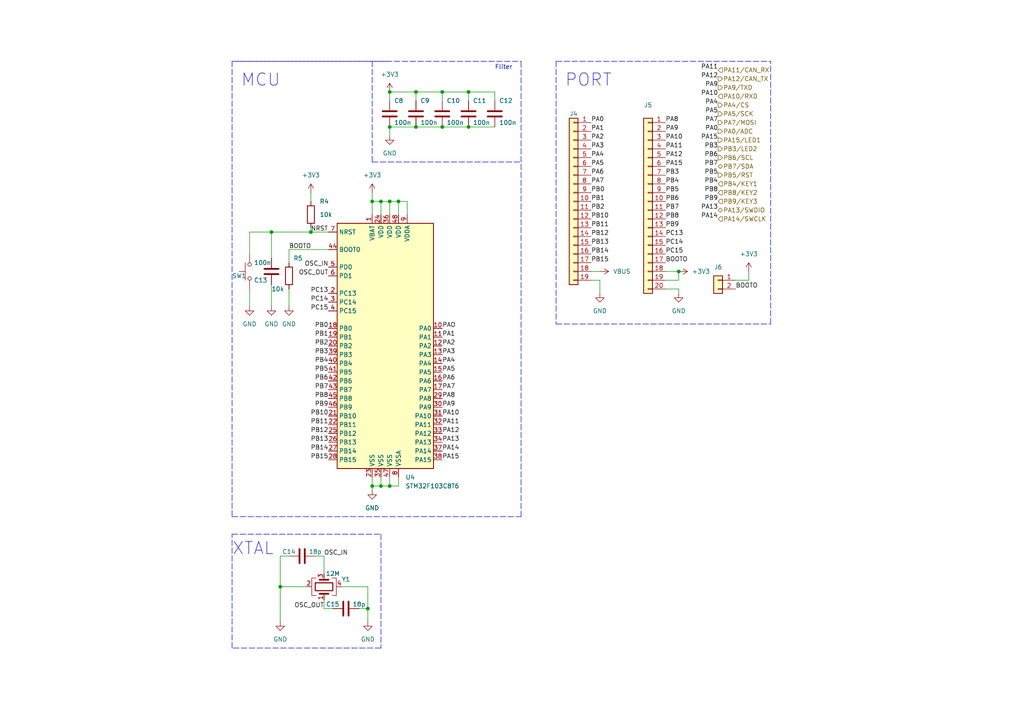
<source format=kicad_sch>
(kicad_sch (version 20211123) (generator eeschema)
  (paper "A4")
  (lib_symbols
    (symbol "Connector_Generic:Conn_01x02" (pin_names (offset 1.016) hide)
      (property "Reference" "J" (at 0 2.54 0))
      (property "Value" "Conn_01x02" (at 0 -5.08 0))
      (symbol "Conn_01x02_1_1"
        (rectangle (start -1.27 -2.413) (end 0 -2.667) (stroke (width 0.1524)))
        (rectangle (start -1.27 0.127) (end 0 -0.127) (stroke (width 0.1524)))
        (rectangle (start -1.27 1.27) (end 1.27 -3.81) (stroke (width 0.254)) (fill (type background)))
        (pin passive line (at -5.08 0 0) (length 3.81) (name "Pin_1") (number "1"))
        (pin passive line (at -5.08 -2.54 0) (length 3.81) (name "Pin_2") (number "2"))
      )
    )
    (symbol "Connector_Generic:Conn_01x19" (pin_names (offset 1.016) hide)
      (property "Reference" "J" (at 0 25.4 0))
      (property "Value" "Conn_01x19" (at 0 -25.4 0))
      (symbol "Conn_01x19_1_1"
        (rectangle (start -1.27 -22.733) (end 0 -22.987) (stroke (width 0.1524)))
        (rectangle (start -1.27 -20.193) (end 0 -20.447) (stroke (width 0.1524)))
        (rectangle (start -1.27 -17.653) (end 0 -17.907) (stroke (width 0.1524)))
        (rectangle (start -1.27 -15.113) (end 0 -15.367) (stroke (width 0.1524)))
        (rectangle (start -1.27 -12.573) (end 0 -12.827) (stroke (width 0.1524)))
        (rectangle (start -1.27 -10.033) (end 0 -10.287) (stroke (width 0.1524)))
        (rectangle (start -1.27 -7.493) (end 0 -7.747) (stroke (width 0.1524)))
        (rectangle (start -1.27 -4.953) (end 0 -5.207) (stroke (width 0.1524)))
        (rectangle (start -1.27 -2.413) (end 0 -2.667) (stroke (width 0.1524)))
        (rectangle (start -1.27 0.127) (end 0 -0.127) (stroke (width 0.1524)))
        (rectangle (start -1.27 2.667) (end 0 2.413) (stroke (width 0.1524)))
        (rectangle (start -1.27 5.207) (end 0 4.953) (stroke (width 0.1524)))
        (rectangle (start -1.27 7.747) (end 0 7.493) (stroke (width 0.1524)))
        (rectangle (start -1.27 10.287) (end 0 10.033) (stroke (width 0.1524)))
        (rectangle (start -1.27 12.827) (end 0 12.573) (stroke (width 0.1524)))
        (rectangle (start -1.27 15.367) (end 0 15.113) (stroke (width 0.1524)))
        (rectangle (start -1.27 17.907) (end 0 17.653) (stroke (width 0.1524)))
        (rectangle (start -1.27 20.447) (end 0 20.193) (stroke (width 0.1524)))
        (rectangle (start -1.27 22.987) (end 0 22.733) (stroke (width 0.1524)))
        (rectangle (start -1.27 24.13) (end 1.27 -24.13) (stroke (width 0.254)) (fill (type background)))
        (pin passive line (at -5.08 22.86 0) (length 3.81) (name "Pin_1") (number "1"))
        (pin passive line (at -5.08 0 0) (length 3.81) (name "Pin_10") (number "10"))
        (pin passive line (at -5.08 -2.54 0) (length 3.81) (name "Pin_11") (number "11"))
        (pin passive line (at -5.08 -5.08 0) (length 3.81) (name "Pin_12") (number "12"))
        (pin passive line (at -5.08 -7.62 0) (length 3.81) (name "Pin_13") (number "13"))
        (pin passive line (at -5.08 -10.16 0) (length 3.81) (name "Pin_14") (number "14"))
        (pin passive line (at -5.08 -12.7 0) (length 3.81) (name "Pin_15") (number "15"))
        (pin passive line (at -5.08 -15.24 0) (length 3.81) (name "Pin_16") (number "16"))
        (pin passive line (at -5.08 -17.78 0) (length 3.81) (name "Pin_17") (number "17"))
        (pin passive line (at -5.08 -20.32 0) (length 3.81) (name "Pin_18") (number "18"))
        (pin passive line (at -5.08 -22.86 0) (length 3.81) (name "Pin_19") (number "19"))
        (pin passive line (at -5.08 20.32 0) (length 3.81) (name "Pin_2") (number "2"))
        (pin passive line (at -5.08 17.78 0) (length 3.81) (name "Pin_3") (number "3"))
        (pin passive line (at -5.08 15.24 0) (length 3.81) (name "Pin_4") (number "4"))
        (pin passive line (at -5.08 12.7 0) (length 3.81) (name "Pin_5") (number "5"))
        (pin passive line (at -5.08 10.16 0) (length 3.81) (name "Pin_6") (number "6"))
        (pin passive line (at -5.08 7.62 0) (length 3.81) (name "Pin_7") (number "7"))
        (pin passive line (at -5.08 5.08 0) (length 3.81) (name "Pin_8") (number "8"))
        (pin passive line (at -5.08 2.54 0) (length 3.81) (name "Pin_9") (number "9"))
      )
    )
    (symbol "Connector_Generic:Conn_01x20" (pin_names (offset 1.016) hide)
      (property "Reference" "J" (at 0 25.4 0))
      (property "Value" "Conn_01x20" (at 0 -27.94 0))
      (symbol "Conn_01x20_1_1"
        (rectangle (start -1.27 -25.273) (end 0 -25.527) (stroke (width 0.1524)))
        (rectangle (start -1.27 -22.733) (end 0 -22.987) (stroke (width 0.1524)))
        (rectangle (start -1.27 -20.193) (end 0 -20.447) (stroke (width 0.1524)))
        (rectangle (start -1.27 -17.653) (end 0 -17.907) (stroke (width 0.1524)))
        (rectangle (start -1.27 -15.113) (end 0 -15.367) (stroke (width 0.1524)))
        (rectangle (start -1.27 -12.573) (end 0 -12.827) (stroke (width 0.1524)))
        (rectangle (start -1.27 -10.033) (end 0 -10.287) (stroke (width 0.1524)))
        (rectangle (start -1.27 -7.493) (end 0 -7.747) (stroke (width 0.1524)))
        (rectangle (start -1.27 -4.953) (end 0 -5.207) (stroke (width 0.1524)))
        (rectangle (start -1.27 -2.413) (end 0 -2.667) (stroke (width 0.1524)))
        (rectangle (start -1.27 0.127) (end 0 -0.127) (stroke (width 0.1524)))
        (rectangle (start -1.27 2.667) (end 0 2.413) (stroke (width 0.1524)))
        (rectangle (start -1.27 5.207) (end 0 4.953) (stroke (width 0.1524)))
        (rectangle (start -1.27 7.747) (end 0 7.493) (stroke (width 0.1524)))
        (rectangle (start -1.27 10.287) (end 0 10.033) (stroke (width 0.1524)))
        (rectangle (start -1.27 12.827) (end 0 12.573) (stroke (width 0.1524)))
        (rectangle (start -1.27 15.367) (end 0 15.113) (stroke (width 0.1524)))
        (rectangle (start -1.27 17.907) (end 0 17.653) (stroke (width 0.1524)))
        (rectangle (start -1.27 20.447) (end 0 20.193) (stroke (width 0.1524)))
        (rectangle (start -1.27 22.987) (end 0 22.733) (stroke (width 0.1524)))
        (rectangle (start -1.27 24.13) (end 1.27 -26.67) (stroke (width 0.254)) (fill (type background)))
        (pin passive line (at -5.08 22.86 0) (length 3.81) (name "Pin_1") (number "1"))
        (pin passive line (at -5.08 0 0) (length 3.81) (name "Pin_10") (number "10"))
        (pin passive line (at -5.08 -2.54 0) (length 3.81) (name "Pin_11") (number "11"))
        (pin passive line (at -5.08 -5.08 0) (length 3.81) (name "Pin_12") (number "12"))
        (pin passive line (at -5.08 -7.62 0) (length 3.81) (name "Pin_13") (number "13"))
        (pin passive line (at -5.08 -10.16 0) (length 3.81) (name "Pin_14") (number "14"))
        (pin passive line (at -5.08 -12.7 0) (length 3.81) (name "Pin_15") (number "15"))
        (pin passive line (at -5.08 -15.24 0) (length 3.81) (name "Pin_16") (number "16"))
        (pin passive line (at -5.08 -17.78 0) (length 3.81) (name "Pin_17") (number "17"))
        (pin passive line (at -5.08 -20.32 0) (length 3.81) (name "Pin_18") (number "18"))
        (pin passive line (at -5.08 -22.86 0) (length 3.81) (name "Pin_19") (number "19"))
        (pin passive line (at -5.08 20.32 0) (length 3.81) (name "Pin_2") (number "2"))
        (pin passive line (at -5.08 -25.4 0) (length 3.81) (name "Pin_20") (number "20"))
        (pin passive line (at -5.08 17.78 0) (length 3.81) (name "Pin_3") (number "3"))
        (pin passive line (at -5.08 15.24 0) (length 3.81) (name "Pin_4") (number "4"))
        (pin passive line (at -5.08 12.7 0) (length 3.81) (name "Pin_5") (number "5"))
        (pin passive line (at -5.08 10.16 0) (length 3.81) (name "Pin_6") (number "6"))
        (pin passive line (at -5.08 7.62 0) (length 3.81) (name "Pin_7") (number "7"))
        (pin passive line (at -5.08 5.08 0) (length 3.81) (name "Pin_8") (number "8"))
        (pin passive line (at -5.08 2.54 0) (length 3.81) (name "Pin_9") (number "9"))
      )
    )
    (symbol "Device:C" (pin_numbers hide) (pin_names (offset 0.254))
      (property "Reference" "C" (at 0.635 2.54 0))
      (property "Value" "C" (at 0.635 -2.54 0))
      (symbol "C_0_1"
        (polyline (pts (xy -2.032 -0.762) (xy 2.032 -0.762)) (stroke (width 0.508)))
        (polyline (pts (xy -2.032 0.762) (xy 2.032 0.762)) (stroke (width 0.508)))
      )
      (symbol "C_1_1"
        (pin passive line (at 0 3.81 270) (length 2.794) (name "~") (number "1"))
        (pin passive line (at 0 -3.81 90) (length 2.794) (name "~") (number "2"))
      )
    )
    (symbol "Device:Crystal_GND24" (pin_names (offset 1.016) hide)
      (property "Reference" "Y" (at 3.175 5.08 0))
      (property "Value" "Crystal_GND24" (at 3.175 3.175 0))
      (symbol "Crystal_GND24_0_1"
        (rectangle (start -1.143 2.54) (end 1.143 -2.54) (stroke (width 0.3048)))
        (polyline (pts (xy -2.54 0) (xy -2.032 0)))
        (polyline (pts (xy -2.032 -1.27) (xy -2.032 1.27)) (stroke (width 0.508)))
        (polyline (pts (xy 0 -3.81) (xy 0 -3.556)))
        (polyline (pts (xy 0 3.556) (xy 0 3.81)))
        (polyline (pts (xy 2.032 -1.27) (xy 2.032 1.27)) (stroke (width 0.508)))
        (polyline (pts (xy 2.032 0) (xy 2.54 0)))
        (polyline (pts (xy -2.54 -2.286) (xy -2.54 -3.556) (xy 2.54 -3.556) (xy 2.54 -2.286)))
        (polyline (pts (xy -2.54 2.286) (xy -2.54 3.556) (xy 2.54 3.556) (xy 2.54 2.286)))
      )
      (symbol "Crystal_GND24_1_1"
        (pin passive line (at -3.81 0 0) (length 1.27) (name "1") (number "1"))
        (pin passive line (at 0 5.08 270) (length 1.27) (name "2") (number "2"))
        (pin passive line (at 3.81 0 180) (length 1.27) (name "3") (number "3"))
        (pin passive line (at 0 -5.08 90) (length 1.27) (name "4") (number "4"))
      )
    )
    (symbol "Device:R" (pin_numbers hide) (pin_names (offset 0))
      (property "Reference" "R" (at 2.032 0 90))
      (property "Value" "R" (at 0 0 90))
      (symbol "R_0_1"
        (rectangle (start -1.016 -2.54) (end 1.016 2.54) (stroke (width 0.254)))
      )
      (symbol "R_1_1"
        (pin passive line (at 0 3.81 270) (length 1.27) (name "~") (number "1"))
        (pin passive line (at 0 -3.81 90) (length 1.27) (name "~") (number "2"))
      )
    )
    (symbol "MCU_ST_STM32F1:STM32F103C8Tx"
      (property "Reference" "U" (at -15.24 36.83 0))
      (property "Value" "STM32F103C8Tx" (at 7.62 36.83 0))
      (symbol "STM32F103C8Tx_0_1"
        (rectangle (start -15.24 -35.56) (end 12.7 35.56) (stroke (width 0.254)) (fill (type background)))
      )
      (symbol "STM32F103C8Tx_1_1"
        (pin power_in line (at -5.08 38.1 270) (length 2.54) (name "VBAT") (number "1"))
        (pin bidirectional line (at 15.24 5.08 180) (length 2.54) (name "PA0") (number "10"))
        (pin bidirectional line (at 15.24 2.54 180) (length 2.54) (name "PA1") (number "11"))
        (pin bidirectional line (at 15.24 0 180) (length 2.54) (name "PA2") (number "12"))
        (pin bidirectional line (at 15.24 -2.54 180) (length 2.54) (name "PA3") (number "13"))
        (pin bidirectional line (at 15.24 -5.08 180) (length 2.54) (name "PA4") (number "14"))
        (pin bidirectional line (at 15.24 -7.62 180) (length 2.54) (name "PA5") (number "15"))
        (pin bidirectional line (at 15.24 -10.16 180) (length 2.54) (name "PA6") (number "16"))
        (pin bidirectional line (at 15.24 -12.7 180) (length 2.54) (name "PA7") (number "17"))
        (pin bidirectional line (at -17.78 5.08 0) (length 2.54) (name "PB0") (number "18"))
        (pin bidirectional line (at -17.78 2.54 0) (length 2.54) (name "PB1") (number "19"))
        (pin bidirectional line (at -17.78 15.24 0) (length 2.54) (name "PC13") (number "2"))
        (pin bidirectional line (at -17.78 0 0) (length 2.54) (name "PB2") (number "20"))
        (pin bidirectional line (at -17.78 -20.32 0) (length 2.54) (name "PB10") (number "21"))
        (pin bidirectional line (at -17.78 -22.86 0) (length 2.54) (name "PB11") (number "22"))
        (pin power_in line (at -5.08 -38.1 90) (length 2.54) (name "VSS") (number "23"))
        (pin power_in line (at -2.54 38.1 270) (length 2.54) (name "VDD") (number "24"))
        (pin bidirectional line (at -17.78 -25.4 0) (length 2.54) (name "PB12") (number "25"))
        (pin bidirectional line (at -17.78 -27.94 0) (length 2.54) (name "PB13") (number "26"))
        (pin bidirectional line (at -17.78 -30.48 0) (length 2.54) (name "PB14") (number "27"))
        (pin bidirectional line (at -17.78 -33.02 0) (length 2.54) (name "PB15") (number "28"))
        (pin bidirectional line (at 15.24 -15.24 180) (length 2.54) (name "PA8") (number "29"))
        (pin bidirectional line (at -17.78 12.7 0) (length 2.54) (name "PC14") (number "3"))
        (pin bidirectional line (at 15.24 -17.78 180) (length 2.54) (name "PA9") (number "30"))
        (pin bidirectional line (at 15.24 -20.32 180) (length 2.54) (name "PA10") (number "31"))
        (pin bidirectional line (at 15.24 -22.86 180) (length 2.54) (name "PA11") (number "32"))
        (pin bidirectional line (at 15.24 -25.4 180) (length 2.54) (name "PA12") (number "33"))
        (pin bidirectional line (at 15.24 -27.94 180) (length 2.54) (name "PA13") (number "34"))
        (pin power_in line (at -2.54 -38.1 90) (length 2.54) (name "VSS") (number "35"))
        (pin power_in line (at 0 38.1 270) (length 2.54) (name "VDD") (number "36"))
        (pin bidirectional line (at 15.24 -30.48 180) (length 2.54) (name "PA14") (number "37"))
        (pin bidirectional line (at 15.24 -33.02 180) (length 2.54) (name "PA15") (number "38"))
        (pin bidirectional line (at -17.78 -2.54 0) (length 2.54) (name "PB3") (number "39"))
        (pin bidirectional line (at -17.78 10.16 0) (length 2.54) (name "PC15") (number "4"))
        (pin bidirectional line (at -17.78 -5.08 0) (length 2.54) (name "PB4") (number "40"))
        (pin bidirectional line (at -17.78 -7.62 0) (length 2.54) (name "PB5") (number "41"))
        (pin bidirectional line (at -17.78 -10.16 0) (length 2.54) (name "PB6") (number "42"))
        (pin bidirectional line (at -17.78 -12.7 0) (length 2.54) (name "PB7") (number "43"))
        (pin input line (at -17.78 27.94 0) (length 2.54) (name "BOOT0") (number "44"))
        (pin bidirectional line (at -17.78 -15.24 0) (length 2.54) (name "PB8") (number "45"))
        (pin bidirectional line (at -17.78 -17.78 0) (length 2.54) (name "PB9") (number "46"))
        (pin power_in line (at 0 -38.1 90) (length 2.54) (name "VSS") (number "47"))
        (pin power_in line (at 2.54 38.1 270) (length 2.54) (name "VDD") (number "48"))
        (pin input line (at -17.78 22.86 0) (length 2.54) (name "PD0") (number "5"))
        (pin input line (at -17.78 20.32 0) (length 2.54) (name "PD1") (number "6"))
        (pin input line (at -17.78 33.02 0) (length 2.54) (name "NRST") (number "7"))
        (pin power_in line (at 2.54 -38.1 90) (length 2.54) (name "VSSA") (number "8"))
        (pin power_in line (at 5.08 38.1 270) (length 2.54) (name "VDDA") (number "9"))
      )
    )
    (symbol "Switch:SW_Push" (pin_numbers hide) (pin_names (offset 1.016) hide)
      (property "Reference" "SW" (at 1.27 2.54 0))
      (property "Value" "SW_Push" (at 0 -1.524 0))
      (symbol "SW_Push_0_1"
        (circle (center -2.032 0) (radius 0.508))
        (polyline (pts (xy 0 1.27) (xy 0 3.048)))
        (polyline (pts (xy 2.54 1.27) (xy -2.54 1.27)))
        (circle (center 2.032 0) (radius 0.508))
        (pin passive line (at -5.08 0 0) (length 2.54) (name "1") (number "1"))
        (pin passive line (at 5.08 0 180) (length 2.54) (name "2") (number "2"))
      )
    )
    (symbol "power:+3V3" (power) (pin_names (offset 0))
      (property "Value" "+3V3" (at 0 3.556 0))
      (symbol "+3V3_0_1"
        (polyline (pts (xy -0.762 1.27) (xy 0 2.54)))
        (polyline (pts (xy 0 0) (xy 0 2.54)))
        (polyline (pts (xy 0 2.54) (xy 0.762 1.27)))
      )
      (symbol "+3V3_1_1"
        (pin power_in line (at 0 0 90) (length 0) hide (name "+3V3") (number "1"))
      )
    )
    (symbol "power:GND" (power) (pin_names (offset 0))
      (property "Value" "GND" (at 0 -3.81 0))
      (symbol "GND_0_1"
        (polyline (pts (xy 0 0) (xy 0 -1.27) (xy 1.27 -1.27) (xy 0 -2.54) (xy -1.27 -1.27) (xy 0 -1.27)))
      )
      (symbol "GND_1_1"
        (pin power_in line (at 0 0 270) (length 0) hide (name "GND") (number "1"))
      )
    )
    (symbol "power:VBUS" (power) (pin_names (offset 0))
      (property "Value" "VBUS" (at 0 3.81 0))
      (symbol "VBUS_0_1"
        (polyline (pts (xy -0.762 1.27) (xy 0 2.54)))
        (polyline (pts (xy 0 0) (xy 0 2.54)))
        (polyline (pts (xy 0 2.54) (xy 0.762 1.27)))
      )
      (symbol "VBUS_1_1"
        (pin power_in line (at 0 0 90) (length 0) hide (name "VBUS") (number "1"))
      )
    )
  )
  (junction (at 120.65 26.67))
  (junction (at 106.68 176.53))
  (junction (at 90.17 67.31))
  (junction (at 115.57 58.42))
  (junction (at 128.27 26.67))
  (junction (at 113.03 36.83))
  (junction (at 107.95 58.42))
  (junction (at 135.89 36.83))
  (junction (at 128.27 36.83))
  (junction (at 78.74 67.31))
  (junction (at 113.03 26.67))
  (junction (at 196.85 78.74))
  (junction (at 113.03 58.42))
  (junction (at 135.89 26.67))
  (junction (at 113.03 140.97))
  (junction (at 120.65 36.83))
  (junction (at 81.28 170.18))
  (junction (at 110.49 140.97))
  (junction (at 110.49 58.42))
  (junction (at 107.95 140.97))
  (wire (pts (xy 93.98 176.53) (xy 96.52 176.53)))
  (polyline (pts (xy 67.31 154.94) (xy 110.49 154.94)))
  (wire (pts (xy 135.89 26.67) (xy 143.51 26.67)))
  (wire (pts (xy 128.27 36.83) (xy 135.89 36.83)))
  (wire (pts (xy 120.65 26.67) (xy 120.65 29.21)))
  (polyline (pts (xy 67.31 17.78) (xy 113.03 17.78)))
  (wire (pts (xy 115.57 138.43) (xy 115.57 140.97)))
  (wire (pts (xy 193.04 83.82) (xy 196.85 83.82)))
  (polyline (pts (xy 151.13 149.86) (xy 151.13 17.78)))
  (polyline (pts (xy 107.95 46.99) (xy 151.13 46.99)))
  (wire (pts (xy 90.17 55.88) (xy 90.17 58.42)))
  (wire (pts (xy 110.49 58.42) (xy 110.49 62.23)))
  (wire (pts (xy 193.04 78.74) (xy 196.85 78.74)))
  (wire (pts (xy 128.27 26.67) (xy 135.89 26.67)))
  (wire (pts (xy 93.98 173.99) (xy 93.98 176.53)))
  (polyline (pts (xy 67.31 187.96) (xy 67.31 154.94)))
  (wire (pts (xy 113.03 58.42) (xy 113.03 62.23)))
  (wire (pts (xy 107.95 55.88) (xy 107.95 58.42)))
  (wire (pts (xy 83.82 72.39) (xy 83.82 76.2)))
  (wire (pts (xy 72.39 83.82) (xy 72.39 88.9)))
  (polyline (pts (xy 161.29 93.98) (xy 223.52 93.98)))
  (wire (pts (xy 81.28 170.18) (xy 88.9 170.18)))
  (wire (pts (xy 135.89 26.67) (xy 135.89 29.21)))
  (wire (pts (xy 90.17 66.04) (xy 90.17 67.31)))
  (wire (pts (xy 93.98 161.29) (xy 93.98 166.37)))
  (wire (pts (xy 173.99 81.28) (xy 173.99 85.09)))
  (wire (pts (xy 217.17 78.74) (xy 217.17 81.28)))
  (wire (pts (xy 95.25 67.31) (xy 90.17 67.31)))
  (polyline (pts (xy 110.49 154.94) (xy 110.49 187.96)))
  (wire (pts (xy 90.17 67.31) (xy 78.74 67.31)))
  (wire (pts (xy 171.45 78.74) (xy 173.99 78.74)))
  (polyline (pts (xy 161.29 17.78) (xy 161.29 93.98)))
  (wire (pts (xy 120.65 26.67) (xy 128.27 26.67)))
  (wire (pts (xy 107.95 138.43) (xy 107.95 140.97)))
  (polyline (pts (xy 67.31 149.86) (xy 151.13 149.86)))
  (wire (pts (xy 107.95 140.97) (xy 110.49 140.97)))
  (wire (pts (xy 171.45 81.28) (xy 173.99 81.28)))
  (polyline (pts (xy 107.95 17.78) (xy 107.95 45.72)))
  (wire (pts (xy 83.82 72.39) (xy 95.25 72.39)))
  (wire (pts (xy 143.51 26.67) (xy 143.51 29.21)))
  (wire (pts (xy 120.65 36.83) (xy 128.27 36.83)))
  (wire (pts (xy 110.49 58.42) (xy 113.03 58.42)))
  (polyline (pts (xy 107.95 45.72) (xy 107.95 46.99)))
  (wire (pts (xy 110.49 138.43) (xy 110.49 140.97)))
  (polyline (pts (xy 68.58 17.78) (xy 151.13 17.78)))
  (wire (pts (xy 99.06 170.18) (xy 106.68 170.18)))
  (wire (pts (xy 113.03 138.43) (xy 113.03 140.97)))
  (wire (pts (xy 107.95 140.97) (xy 107.95 142.24)))
  (wire (pts (xy 78.74 82.55) (xy 78.74 88.9)))
  (wire (pts (xy 196.85 78.74) (xy 196.85 81.28)))
  (polyline (pts (xy 161.29 17.78) (xy 223.52 17.78)))
  (wire (pts (xy 196.85 81.28) (xy 193.04 81.28)))
  (wire (pts (xy 106.68 176.53) (xy 104.14 176.53)))
  (wire (pts (xy 81.28 161.29) (xy 83.82 161.29)))
  (wire (pts (xy 107.95 58.42) (xy 107.95 62.23)))
  (polyline (pts (xy 223.52 93.98) (xy 223.52 17.78)))
  (wire (pts (xy 113.03 36.83) (xy 120.65 36.83)))
  (wire (pts (xy 135.89 36.83) (xy 143.51 36.83)))
  (wire (pts (xy 72.39 67.31) (xy 72.39 73.66)))
  (polyline (pts (xy 110.49 187.96) (xy 67.31 187.96)))
  (wire (pts (xy 91.44 161.29) (xy 93.98 161.29)))
  (wire (pts (xy 106.68 176.53) (xy 106.68 180.34)))
  (wire (pts (xy 107.95 58.42) (xy 110.49 58.42)))
  (wire (pts (xy 118.11 58.42) (xy 118.11 62.23)))
  (wire (pts (xy 113.03 58.42) (xy 115.57 58.42)))
  (polyline (pts (xy 67.31 17.78) (xy 67.31 149.86)))
  (wire (pts (xy 81.28 161.29) (xy 81.28 170.18)))
  (wire (pts (xy 115.57 58.42) (xy 118.11 58.42)))
  (wire (pts (xy 83.82 83.82) (xy 83.82 88.9)))
  (wire (pts (xy 113.03 26.67) (xy 113.03 29.21)))
  (wire (pts (xy 78.74 67.31) (xy 78.74 74.93)))
  (wire (pts (xy 113.03 140.97) (xy 115.57 140.97)))
  (wire (pts (xy 106.68 170.18) (xy 106.68 176.53)))
  (wire (pts (xy 78.74 67.31) (xy 72.39 67.31)))
  (wire (pts (xy 110.49 140.97) (xy 113.03 140.97)))
  (wire (pts (xy 217.17 81.28) (xy 213.36 81.28)))
  (wire (pts (xy 81.28 170.18) (xy 81.28 180.34)))
  (wire (pts (xy 113.03 36.83) (xy 113.03 39.37)))
  (wire (pts (xy 196.85 83.82) (xy 196.85 85.09)))
  (wire (pts (xy 115.57 58.42) (xy 115.57 62.23)))
  (wire (pts (xy 128.27 26.67) (xy 128.27 29.21)))
  (wire (pts (xy 113.03 26.67) (xy 120.65 26.67)))
  (text "Fliter" (at 143.51 20.32 0) (effects (font (size 1.27 1.27)) (justify left bottom)))
  (text "XTAL" (at 67.31 161.29 0) (effects (font (size 3.556 3.556)) (justify left bottom)))
  (text "MCU" (at 69.85 25.4 0) (effects (font (size 3.556 3.556)) (justify left bottom)))
  (text "PORT" (at 163.83 25.4 0) (effects (font (size 3.556 3.556)) (justify left bottom)))
  (label "PB13" (at 95.25 128.27 180))
  (label "PB4" (at 95.25 105.41 180))
  (label "PB5" (at 208.28 50.8 180))
  (label "PB0" (at 95.25 95.25 180))
  (label "PB6" (at 208.28 45.72 180))
  (label "PB1" (at 171.45 58.42 0))
  (label "OSC_OUT" (at 93.98 176.53 180))
  (label "PB7" (at 208.28 48.26 180))
  (label "PA12" (at 193.04 45.72 0))
  (label "PB10" (at 171.45 63.5 0))
  (label "PA13" (at 208.28 60.96 180))
  (label "PB6" (at 193.04 58.42 0))
  (label "PB9" (at 193.04 66.04 0))
  (label "PB2" (at 171.45 60.96 0))
  (label "PA11" (at 128.27 123.19 0))
  (label "PA3" (at 171.45 43.18 0))
  (label "PA0" (at 208.28 38.1 180))
  (label "PB5" (at 193.04 55.88 0))
  (label "BOOTO" (at 83.82 72.39 0))
  (label "PB0" (at 171.45 55.88 0))
  (label "PB15" (at 95.25 133.35 180))
  (label "PB10" (at 95.25 120.65 180))
  (label "PB8" (at 193.04 63.5 0))
  (label "PAO" (at 128.27 95.25 0))
  (label "PB6" (at 95.25 110.49 180))
  (label "PA5" (at 208.28 33.02 180))
  (label "BOOTO" (at 193.04 76.2 0))
  (label "PB12" (at 95.25 125.73 180))
  (label "PB3" (at 95.25 102.87 180))
  (label "PB13" (at 171.45 71.12 0))
  (label "PA6" (at 128.27 110.49 0))
  (label "PB4" (at 208.28 53.34 180))
  (label "PA15" (at 128.27 133.35 0))
  (label "BOOTO" (at 213.36 83.82 0))
  (label "PA12" (at 128.27 125.73 0))
  (label "PA12" (at 208.28 22.86 180))
  (label "OSC_IN" (at 93.98 161.29 0))
  (label "PB1" (at 95.25 97.79 180))
  (label "PB8" (at 208.28 55.88 180))
  (label "PA9" (at 208.28 25.4 180))
  (label "PA2" (at 171.45 40.64 0))
  (label "PA15" (at 208.28 40.64 180))
  (label "PA4" (at 208.28 30.48 180))
  (label "PB3" (at 193.04 50.8 0))
  (label "PB3" (at 208.28 43.18 180))
  (label "PA8" (at 193.04 35.56 0))
  (label "PA11" (at 193.04 43.18 0))
  (label "PA14" (at 208.28 63.5 180))
  (label "PA7" (at 171.45 53.34 0))
  (label "PB9" (at 95.25 118.11 180))
  (label "PA11" (at 208.28 20.32 180))
  (label "PC15" (at 193.04 73.66 0))
  (label "PA10" (at 193.04 40.64 0))
  (label "PA4" (at 171.45 45.72 0))
  (label "PA1" (at 171.45 38.1 0))
  (label "PA7" (at 128.27 113.03 0))
  (label "PA13" (at 128.27 128.27 0))
  (label "OSC_IN" (at 95.25 77.47 180))
  (label "PA15" (at 193.04 48.26 0))
  (label "PA9" (at 193.04 38.1 0))
  (label "PC15" (at 95.25 90.17 180))
  (label "PB4" (at 193.04 53.34 0))
  (label "PA4" (at 128.27 105.41 0))
  (label "PB11" (at 95.25 123.19 180))
  (label "PC13" (at 95.25 85.09 180))
  (label "PA5" (at 171.45 48.26 0))
  (label "PB15" (at 171.45 76.2 0))
  (label "PC14" (at 95.25 87.63 180))
  (label "PA10" (at 128.27 120.65 0))
  (label "PA8" (at 128.27 115.57 0))
  (label "PA14" (at 128.27 130.81 0))
  (label "PB11" (at 171.45 66.04 0))
  (label "PA2" (at 128.27 100.33 0))
  (label "NRST" (at 90.17 67.31 0))
  (label "PB2" (at 95.25 100.33 180))
  (label "PB7" (at 193.04 60.96 0))
  (label "PC13" (at 193.04 68.58 0))
  (label "PB5" (at 95.25 107.95 180))
  (label "PA10" (at 208.28 27.94 180))
  (label "OSC_OUT" (at 95.25 80.01 180))
  (label "PA1" (at 128.27 97.79 0))
  (label "PB7" (at 95.25 113.03 180))
  (label "PB12" (at 171.45 68.58 0))
  (label "PA6" (at 171.45 50.8 0))
  (label "PB14" (at 95.25 130.81 180))
  (label "PB14" (at 171.45 73.66 0))
  (label "PA0" (at 171.45 35.56 0))
  (label "PA5" (at 128.27 107.95 0))
  (label "PA7" (at 208.28 35.56 180))
  (label "PB9" (at 208.28 58.42 180))
  (label "PB8" (at 95.25 115.57 180))
  (label "PA3" (at 128.27 102.87 0))
  (label "PA9" (at 128.27 118.11 0))
  (label "PC14" (at 193.04 71.12 0))
  (hierarchical_label "PB4{slash}KEY1" (shape input) (at 208.28 53.34 0))
  (hierarchical_label "PA0{slash}ADC" (shape output) (at 208.28 38.1 0))
  (hierarchical_label "PA4{slash}CS" (shape output) (at 208.28 30.48 0))
  (hierarchical_label "PA5{slash}SCK" (shape output) (at 208.28 33.02 0))
  (hierarchical_label "PA12{slash}CAN_TX" (shape output) (at 208.28 22.86 0))
  (hierarchical_label "PB9{slash}KEY3" (shape input) (at 208.28 58.42 0))
  (hierarchical_label "PA9{slash}TXD" (shape output) (at 208.28 25.4 0))
  (hierarchical_label "PB5{slash}RST" (shape output) (at 208.28 50.8 0))
  (hierarchical_label "PB3{slash}LED2" (shape output) (at 208.28 43.18 0))
  (hierarchical_label "PA15{slash}LED1" (shape output) (at 208.28 40.64 0))
  (hierarchical_label "PB8{slash}KEY2" (shape input) (at 208.28 55.88 0))
  (hierarchical_label "PB7{slash}SDA" (shape bidirectional) (at 208.28 48.26 0))
  (hierarchical_label "PB6{slash}SCL" (shape output) (at 208.28 45.72 0))
  (hierarchical_label "PA14{slash}SWCLK" (shape input) (at 208.28 63.5 0))
  (hierarchical_label "PA11{slash}CAN_RX" (shape input) (at 208.28 20.32 0))
  (hierarchical_label "PA13{slash}SWDIO" (shape bidirectional) (at 208.28 60.96 0))
  (hierarchical_label "PA10{slash}RXD" (shape input) (at 208.28 27.94 0))
  (hierarchical_label "PA7{slash}MOSI" (shape output) (at 208.28 35.56 0))
  (symbol (lib_id "Device:C") (at 113.03 33.02 0) (unit 1)
    (property "Reference" "C8" (at 114.3 29.21 0) (effects (justify left)))
    (property "Value" "100n" (at 114.3 35.56 0) (effects (justify left)))
    (property "Footprint" "Capacitor_SMD:C_0603_1608Metric" (effects hide))
  )
  (symbol (lib_id "power:GND") (at 106.68 180.34 0) (unit 1)
    (property "Reference" "#PWR0140" (effects hide))
    (property "Value" "GND" (at 106.68 185.42 0))
  )
  (symbol (lib_id "MCU_ST_STM32F1:STM32F103C8Tx") (at 113.03 100.33 0) (unit 1)
    (property "Reference" "U4" (at 117.5894 138.43 0) (effects (justify left)))
    (property "Value" "STM32F103C8T6" (at 117.5894 140.97 0) (effects (justify left)))
    (property "Footprint" "Package_QFP:LQFP-48_7x7mm_P0.5mm" (effects hide))
    (property "Datasheet" "http://www.st.com/st-web-ui/static/active/en/resource/technical/document/datasheet/CD00161566.pdf" (effects hide))
  )
  (symbol (lib_id "Device:C") (at 128.27 33.02 0) (unit 1)
    (property "Reference" "C10" (at 129.54 29.21 0) (effects (justify left)))
    (property "Value" "100n" (at 129.54 35.56 0) (effects (justify left)))
    (property "Footprint" "Capacitor_SMD:C_0603_1608Metric" (effects hide))
  )
  (symbol (lib_id "Device:C") (at 143.51 33.02 0) (unit 1)
    (property "Reference" "C12" (at 144.78 29.21 0) (effects (justify left)))
    (property "Value" "100n" (at 144.78 35.56 0) (effects (justify left)))
    (property "Footprint" "Capacitor_SMD:C_0603_1608Metric" (effects hide))
  )
  (symbol (lib_id "Device:Crystal_GND24") (at 93.98 170.18 90) (unit 1)
    (property "Reference" "Y1" (at 100.33 168.021 90))
    (property "Value" "12M" (at 96.52 166.37 90))
    (property "Footprint" "Crystal:Crystal_SMD_3225-4Pin_3.2x2.5mm" (effects hide))
  )
  (symbol (lib_id "power:GND") (at 72.39 88.9 0) (unit 1)
    (property "Reference" "#PWR0136" (effects hide))
    (property "Value" "GND" (at 72.39 93.98 0))
  )
  (symbol (lib_id "power:VBUS") (at 173.99 78.74 270) (unit 1)
    (property "Reference" "#PWR0141" (effects hide))
    (property "Value" "VBUS" (at 177.8 78.7399 90) (effects (justify left)))
  )
  (symbol (lib_id "Device:C") (at 78.74 78.74 0) (unit 1)
    (property "Reference" "C13" (at 73.66 81.28 0) (effects (justify left)))
    (property "Value" "100n" (at 73.66 76.2 0) (effects (justify left)))
    (property "Footprint" "Capacitor_SMD:C_0603_1608Metric" (effects hide))
  )
  (symbol (lib_id "power:GND") (at 173.99 85.09 0) (unit 1)
    (property "Reference" "#PWR0142" (effects hide))
    (property "Value" "GND" (at 173.99 90.17 0))
  )
  (symbol (lib_id "power:+3V3") (at 196.85 78.74 270) (unit 1)
    (property "Reference" "#PWR0143" (effects hide))
    (property "Value" "+3V3" (at 200.66 78.7399 90) (effects (justify left)))
  )
  (symbol (lib_id "Device:C") (at 135.89 33.02 0) (unit 1)
    (property "Reference" "C11" (at 137.16 29.21 0) (effects (justify left)))
    (property "Value" "100n" (at 137.16 35.56 0) (effects (justify left)))
    (property "Footprint" "Capacitor_SMD:C_0603_1608Metric" (effects hide))
  )
  (symbol (lib_id "power:+3V3") (at 217.17 78.74 0) (unit 1)
    (property "Reference" "#PWR0145" (effects hide))
    (property "Value" "+3V3" (at 217.17 73.66 0))
  )
  (symbol (lib_id "Device:C") (at 87.63 161.29 270) (unit 1)
    (property "Reference" "C14" (at 83.82 160.02 90))
    (property "Value" "18p" (at 91.44 160.02 90))
    (property "Footprint" "Capacitor_SMD:C_0603_1608Metric" (effects hide))
  )
  (symbol (lib_id "Switch:SW_Push") (at 72.39 78.74 90) (unit 1)
    (property "Reference" "SW1" (at 67.31 80.01 90) (effects (justify right)))
    (property "Value" "SW_Push" (effects hide))
    (property "Footprint" "Button_Switch_SMD:SW_Push_1P1T_NO_6x6mm_H9.5mm" (effects hide))
  )
  (symbol (lib_id "Device:C") (at 120.65 33.02 0) (unit 1)
    (property "Reference" "C9" (at 121.92 29.21 0) (effects (justify left)))
    (property "Value" "100n" (at 121.92 35.56 0) (effects (justify left)))
    (property "Footprint" "Capacitor_SMD:C_0603_1608Metric" (effects hide))
  )
  (symbol (lib_id "power:GND") (at 83.82 88.9 0) (unit 1)
    (property "Reference" "#PWR0138" (effects hide))
    (property "Value" "GND" (at 83.82 93.98 0))
  )
  (symbol (lib_id "power:GND") (at 78.74 88.9 0) (unit 1)
    (property "Reference" "#PWR0137" (effects hide))
    (property "Value" "GND" (at 78.74 93.98 0))
  )
  (symbol (lib_id "Connector_Generic:Conn_01x19") (at 166.37 58.42 0) (mirror y) (unit 1)
    (property "Reference" "J4" (at 166.37 33.02 0))
    (property "Value" "Conn_01x19" (effects hide))
    (property "Footprint" "Connector_PinHeader_2.54mm:PinHeader_1x19_P2.54mm_Vertical" (effects hide))
  )
  (symbol (lib_id "Connector_Generic:Conn_01x20") (at 187.96 58.42 0) (mirror y) (unit 1)
    (property "Reference" "J5" (at 187.96 30.48 0))
    (property "Value" "Conn_01x20" (effects hide))
    (property "Footprint" "Connector_PinHeader_2.54mm:PinHeader_1x20_P2.54mm_Vertical" (effects hide))
  )
  (symbol (lib_id "power:+3V3") (at 113.03 26.67 0) (unit 1)
    (property "Reference" "#PWR0132" (effects hide))
    (property "Value" "+3V3" (at 113.03 21.59 0))
  )
  (symbol (lib_id "Device:R") (at 83.82 80.01 0) (unit 1)
    (property "Reference" "R5" (at 85.09 74.93 0) (effects (justify left)))
    (property "Value" "10k" (at 78.74 83.82 0) (effects (justify left)))
    (property "Footprint" "Resistor_SMD:R_0603_1608Metric" (effects hide))
  )
  (symbol (lib_id "power:GND") (at 196.85 85.09 0) (unit 1)
    (property "Reference" "#PWR0144" (effects hide))
    (property "Value" "GND" (at 196.85 90.17 0))
  )
  (symbol (lib_id "power:GND") (at 81.28 180.34 0) (unit 1)
    (property "Reference" "#PWR0139" (effects hide))
    (property "Value" "GND" (at 81.28 185.42 0))
  )
  (symbol (lib_id "power:+3V3") (at 90.17 55.88 0) (unit 1)
    (property "Reference" "#PWR0131" (effects hide))
    (property "Value" "+3V3" (at 90.17 50.8 0))
  )
  (symbol (lib_id "Connector_Generic:Conn_01x02") (at 208.28 81.28 0) (mirror y) (unit 1)
    (property "Reference" "J6" (at 208.28 77.47 0))
    (property "Value" "Conn_01x02" (effects hide))
    (property "Footprint" "Connector_PinHeader_2.54mm:PinHeader_1x02_P2.54mm_Vertical" (effects hide))
  )
  (symbol (lib_id "Device:C") (at 100.33 176.53 270) (unit 1)
    (property "Reference" "C15" (at 96.52 175.26 90))
    (property "Value" "18p" (at 104.14 175.26 90))
    (property "Footprint" "Capacitor_SMD:C_0603_1608Metric" (effects hide))
  )
  (symbol (lib_id "power:GND") (at 113.03 39.37 0) (unit 1)
    (property "Reference" "#PWR0133" (effects hide))
    (property "Value" "GND" (at 113.03 44.45 0))
  )
  (symbol (lib_id "power:GND") (at 107.95 142.24 0) (unit 1)
    (property "Reference" "#PWR0134" (effects hide))
    (property "Value" "GND" (at 107.95 147.32 0))
  )
  (symbol (lib_id "power:+3V3") (at 107.95 55.88 0) (unit 1)
    (property "Reference" "#PWR0135" (effects hide))
    (property "Value" "+3V3" (at 107.95 50.8 0))
  )
  (symbol (lib_id "Device:R") (at 90.17 62.23 0) (unit 1)
    (property "Reference" "R4" (at 92.71 58.42 0) (effects (justify left)))
    (property "Value" "10k" (at 92.71 62.23 0) (effects (justify left)))
    (property "Footprint" "Resistor_SMD:R_0603_1608Metric" (effects hide))
  )
)
</source>
